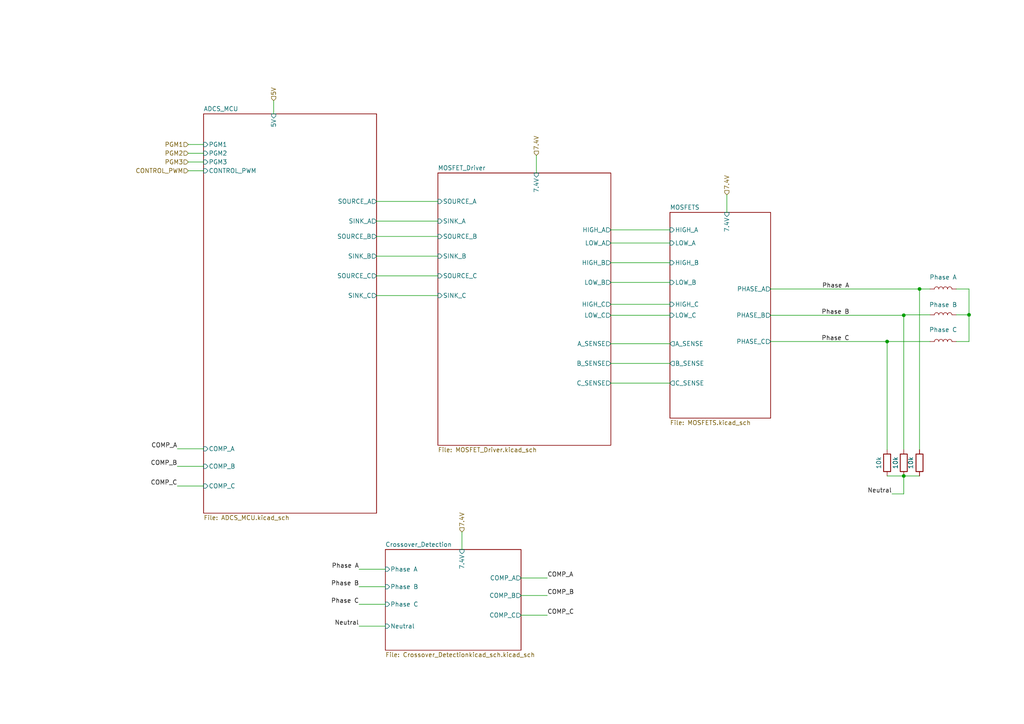
<source format=kicad_sch>
(kicad_sch (version 20230121) (generator eeschema)
  (paper "A4")
  (lib_symbols
    (symbol "Device:L" (pin_numbers hide) (pin_names (offset 1.016) hide)
      (property "Reference" "L" (at -1.27 0 90))
      (property "Value" "L" (at 1.905 0 90))
      (symbol "L_0_1"
        (arc (start 0 -2.54) (mid 0.6323 -1.905) (end 0 -1.27))
        (arc (start 0 -1.27) (mid 0.6323 -0.635) (end 0 0))
        (arc (start 0 0) (mid 0.6323 0.635) (end 0 1.27))
        (arc (start 0 1.27) (mid 0.6323 1.905) (end 0 2.54))
      )
      (symbol "L_1_1"
        (pin passive line (at 0 3.81 270) (length 1.27) (name "1") (number "1"))
        (pin passive line (at 0 -3.81 90) (length 1.27) (name "2") (number "2"))
      )
    )
    (symbol "Device:R" (pin_numbers hide) (pin_names (offset 0))
      (property "Reference" "R" (at 2.032 0 90))
      (property "Value" "R" (at 0 0 90))
      (symbol "R_0_1"
        (rectangle (start -1.016 -2.54) (end 1.016 2.54) (stroke (width 0.254)))
      )
      (symbol "R_1_1"
        (pin passive line (at 0 3.81 270) (length 1.27) (name "~") (number "1"))
        (pin passive line (at 0 -3.81 90) (length 1.27) (name "~") (number "2"))
      )
    )
  )
  (junction (at 257.302 99.06))
  (junction (at 262.128 138.049))
  (junction (at 281.051 91.313))
  (junction (at 266.7 83.82))
  (junction (at 262.128 91.44))
  (wire (pts (xy 262.128 143.256) (xy 258.699 143.256)))
  (wire (pts (xy 54.61 49.53) (xy 59.055 49.53)))
  (wire (pts (xy 281.051 91.313) (xy 281.051 99.06)))
  (wire (pts (xy 257.302 99.06) (xy 269.748 99.06)))
  (wire (pts (xy 223.52 99.06) (xy 257.302 99.06)))
  (wire (pts (xy 104.14 175.26) (xy 111.76 175.26)))
  (wire (pts (xy 177.165 76.2) (xy 194.31 76.2)))
  (wire (pts (xy 155.575 45.085) (xy 155.575 50.165)))
  (wire (pts (xy 177.165 70.485) (xy 194.31 70.485)))
  (wire (pts (xy 59.055 130.175) (xy 51.435 130.175)))
  (wire (pts (xy 177.165 91.44) (xy 194.31 91.44)))
  (wire (pts (xy 277.368 91.313) (xy 281.051 91.313)))
  (wire (pts (xy 262.128 138.049) (xy 266.7 138.049)))
  (wire (pts (xy 281.051 83.82) (xy 281.051 91.313)))
  (wire (pts (xy 109.22 85.725) (xy 127 85.725)))
  (wire (pts (xy 54.61 44.45) (xy 59.055 44.45)))
  (wire (pts (xy 104.14 170.18) (xy 111.76 170.18)))
  (wire (pts (xy 266.7 83.82) (xy 269.748 83.82)))
  (wire (pts (xy 133.985 154.305) (xy 133.985 159.385)))
  (wire (pts (xy 79.375 29.21) (xy 79.375 33.02)))
  (wire (pts (xy 177.165 99.695) (xy 194.31 99.695)))
  (wire (pts (xy 223.52 83.82) (xy 266.7 83.82)))
  (wire (pts (xy 262.128 138.049) (xy 262.128 143.256)))
  (wire (pts (xy 177.165 111.125) (xy 194.31 111.125)))
  (wire (pts (xy 262.128 91.44) (xy 262.128 91.313)))
  (wire (pts (xy 104.14 165.1) (xy 111.76 165.1)))
  (wire (pts (xy 151.13 172.72) (xy 158.75 172.72)))
  (wire (pts (xy 223.52 91.44) (xy 262.128 91.44)))
  (wire (pts (xy 266.7 83.82) (xy 266.7 130.429)))
  (wire (pts (xy 262.128 91.44) (xy 262.128 130.429)))
  (wire (pts (xy 109.22 80.01) (xy 127 80.01)))
  (wire (pts (xy 277.368 83.82) (xy 281.051 83.82)))
  (wire (pts (xy 151.13 167.64) (xy 158.75 167.64)))
  (wire (pts (xy 210.82 56.515) (xy 210.82 61.595)))
  (wire (pts (xy 109.22 74.295) (xy 127 74.295)))
  (wire (pts (xy 281.051 99.06) (xy 277.368 99.06)))
  (wire (pts (xy 257.302 138.049) (xy 262.128 138.049)))
  (wire (pts (xy 177.165 88.265) (xy 194.31 88.265)))
  (wire (pts (xy 109.22 64.135) (xy 127 64.135)))
  (wire (pts (xy 54.61 46.99) (xy 59.055 46.99)))
  (wire (pts (xy 151.13 178.435) (xy 158.75 178.435)))
  (wire (pts (xy 262.128 91.313) (xy 269.748 91.313)))
  (wire (pts (xy 109.22 58.42) (xy 127 58.42)))
  (wire (pts (xy 177.165 66.675) (xy 194.31 66.675)))
  (wire (pts (xy 109.22 68.58) (xy 127 68.58)))
  (wire (pts (xy 59.055 140.97) (xy 51.435 140.97)))
  (wire (pts (xy 257.302 99.06) (xy 257.302 130.429)))
  (wire (pts (xy 59.055 135.255) (xy 51.435 135.255)))
  (wire (pts (xy 54.61 41.91) (xy 59.055 41.91)))
  (wire (pts (xy 177.165 81.915) (xy 194.31 81.915)))
  (wire (pts (xy 104.14 181.61) (xy 111.76 181.61)))
  (wire (pts (xy 177.165 105.41) (xy 194.31 105.41)))
  (label "COMP_C" (at 158.75 178.435 0))
  (label "Neutral" (at 104.14 181.61 180))
  (label "COMP_B" (at 158.75 172.72 0))
  (label "Neutral" (at 258.699 143.256 180))
  (label "Phase B" (at 246.38 91.44 180))
  (label "COMP_A" (at 51.435 130.175 180))
  (label "Phase B" (at 104.14 170.18 180))
  (label "COMP_C" (at 51.435 140.97 180))
  (label "Phase C" (at 104.14 175.26 180))
  (label "Phase C" (at 246.38 99.06 180))
  (label "Phase A" (at 246.38 83.82 180))
  (label "COMP_B" (at 51.435 135.255 180))
  (label "Phase A" (at 104.14 165.1 180))
  (label "COMP_A" (at 158.75 167.64 0))
  (hierarchical_label "7.4V" (shape input) (at 210.82 56.515 90))
  (hierarchical_label "7.4V" (shape input) (at 133.985 154.305 90))
  (hierarchical_label "PGM2" (shape input) (at 54.61 44.45 180))
  (hierarchical_label "5V" (shape input) (at 79.375 29.21 90))
  (hierarchical_label "PGM3" (shape input) (at 54.61 46.99 180))
  (hierarchical_label "CONTROL_PWM" (shape input) (at 54.61 49.53 180))
  (hierarchical_label "7.4V" (shape input) (at 155.575 45.085 90))
  (hierarchical_label "PGM1" (shape input) (at 54.61 41.91 180))
  (symbol (lib_id "Device:R") (at 257.302 134.239 180) (unit 1)
    (property "Reference" "R1" (effects hide))
    (property "Value" "10k" (at 254.889 134.239 90))
    (property "Footprint" "Resistor_SMD:R_1206_3216Metric" (effects hide))
  )
  (symbol (lib_id "Device:L") (at 273.558 99.06 90) (unit 1)
    (property "Reference" "L3" (effects hide))
    (property "Value" "Phase C" (at 273.558 95.631 90))
    (property "Footprint" "Connector_PinSocket_2.54mm:PinSocket_1x01_P2.54mm_Vertical" (effects hide))
  )
  (symbol (lib_id "Device:R") (at 266.7 134.239 180) (unit 1)
    (property "Reference" "R3" (effects hide))
    (property "Value" "10k" (at 264.16 134.239 90))
    (property "Footprint" "Resistor_SMD:R_1206_3216Metric" (effects hide))
  )
  (symbol (lib_id "Device:L") (at 273.558 91.313 90) (unit 1)
    (property "Reference" "L2" (effects hide))
    (property "Value" "Phase B" (at 273.558 88.392 90))
    (property "Footprint" "Connector_PinSocket_2.54mm:PinSocket_1x01_P2.54mm_Vertical" (effects hide))
  )
  (symbol (lib_id "Device:L") (at 273.558 83.82 90) (unit 1)
    (property "Reference" "L1" (effects hide))
    (property "Value" "Phase A" (at 273.558 80.391 90))
    (property "Footprint" "Connector_PinSocket_2.54mm:PinSocket_1x01_P2.54mm_Vertical" (effects hide))
  )
  (symbol (lib_id "Device:R") (at 262.128 134.239 180) (unit 1)
    (property "Reference" "R2" (effects hide))
    (property "Value" "10k" (at 259.715 134.239 90))
    (property "Footprint" "Resistor_SMD:R_1206_3216Metric" (effects hide))
  )
  (sheet (at 127 50.165) (size 50.165 78.994) (stroke (width 0.1524))
    (property "Sheetname" "MOSFET_Driver" (at 127 49.4534 0) (effects (justify left bottom)))
    (property "Sheetfile" "MOSFET_Driver.kicad_sch" (at 127 129.7436 0) (effects (justify left top)))
    (pin "SOURCE_A" input (at 127 58.42 180))
    (pin "SOURCE_C" input (at 127 80.01 180))
    (pin "SOURCE_B" input (at 127 68.58 180))
    (pin "LOW_B" output (at 177.165 81.915 0))
    (pin "LOW_C" output (at 177.165 91.44 0))
    (pin "SINK_A" input (at 127 64.135 180))
    (pin "SINK_B" input (at 127 74.295 180))
    (pin "7.4V" input (at 155.575 50.165 90))
    (pin "SINK_C" input (at 127 85.725 180))
    (pin "HIGH_B" output (at 177.165 76.2 0))
    (pin "HIGH_A" output (at 177.165 66.675 0))
    (pin "HIGH_C" output (at 177.165 88.265 0))
    (pin "LOW_A" output (at 177.165 70.485 0))
    (pin "C_SENSE" output (at 177.165 111.125 0))
    (pin "B_SENSE" output (at 177.165 105.41 0))
    (pin "A_SENSE" output (at 177.165 99.695 0))
  )
  (sheet (at 111.76 159.385) (size 39.37 29.21) (stroke (width 0.1524))
    (property "Sheetname" "Crossover_Detection" (at 111.76 158.6734 0) (effects (justify left bottom)))
    (property "Sheetfile" "Crossover_Detectionkicad_sch.kicad_sch" (at 111.76 189.1796 0) (effects (justify left top)))
    (pin "Phase A" input (at 111.76 165.1 180))
    (pin "COMP_B" output (at 151.13 172.72 0))
    (pin "COMP_C" output (at 151.13 178.435 0))
    (pin "Phase B" input (at 111.76 170.18 180))
    (pin "Neutral" input (at 111.76 181.61 180))
    (pin "Phase C" input (at 111.76 175.26 180))
    (pin "COMP_A" output (at 151.13 167.64 0))
    (pin "7.4V" input (at 133.985 159.385 90))
  )
  (sheet (at 194.31 61.595) (size 29.21 59.69) (stroke (width 0.1524))
    (property "Sheetname" "MOSFETS" (at 194.31 60.8834 0) (effects (justify left bottom)))
    (property "Sheetfile" "MOSFETS.kicad_sch" (at 194.31 121.8696 0) (effects (justify left top)))
    (pin "A_SENSE" output (at 194.31 99.695 180))
    (pin "PHASE_A" output (at 223.52 83.82 0))
    (pin "HIGH_A" input (at 194.31 66.675 180))
    (pin "LOW_A" input (at 194.31 70.485 180))
    (pin "7.4V" input (at 210.82 61.595 90))
    (pin "PHASE_B" output (at 223.52 91.44 0))
    (pin "HIGH_B" input (at 194.31 76.2 180))
    (pin "HIGH_C" input (at 194.31 88.265 180))
    (pin "LOW_C" input (at 194.31 91.44 180))
    (pin "LOW_B" input (at 194.31 81.915 180))
    (pin "B_SENSE" output (at 194.31 105.41 180))
    (pin "PHASE_C" output (at 223.52 99.06 0))
    (pin "C_SENSE" output (at 194.31 111.125 180))
  )
  (sheet (at 59.055 33.02) (size 50.165 115.824) (stroke (width 0.1524))
    (property "Sheetname" "ADCS_MCU" (at 59.055 32.3084 0) (effects (justify left bottom)))
    (property "Sheetfile" "ADCS_MCU.kicad_sch" (at 59.055 149.4286 0) (effects (justify left top)))
    (pin "5V" input (at 79.375 33.02 90))
    (pin "COMP_A" input (at 59.055 130.175 180))
    (pin "COMP_B" input (at 59.055 135.255 180))
    (pin "COMP_C" input (at 59.055 140.97 180))
    (pin "PGM1" input (at 59.055 41.91 180))
    (pin "PGM2" input (at 59.055 44.45 180))
    (pin "PGM3" input (at 59.055 46.99 180))
    (pin "CONTROL_PWM" input (at 59.055 49.53 180))
    (pin "SINK_A" output (at 109.22 64.135 0))
    (pin "SINK_B" output (at 109.22 74.295 0))
    (pin "SINK_C" output (at 109.22 85.725 0))
    (pin "SOURCE_A" output (at 109.22 58.42 0))
    (pin "SOURCE_B" output (at 109.22 68.58 0))
    (pin "SOURCE_C" output (at 109.22 80.01 0))
  )
)
</source>
